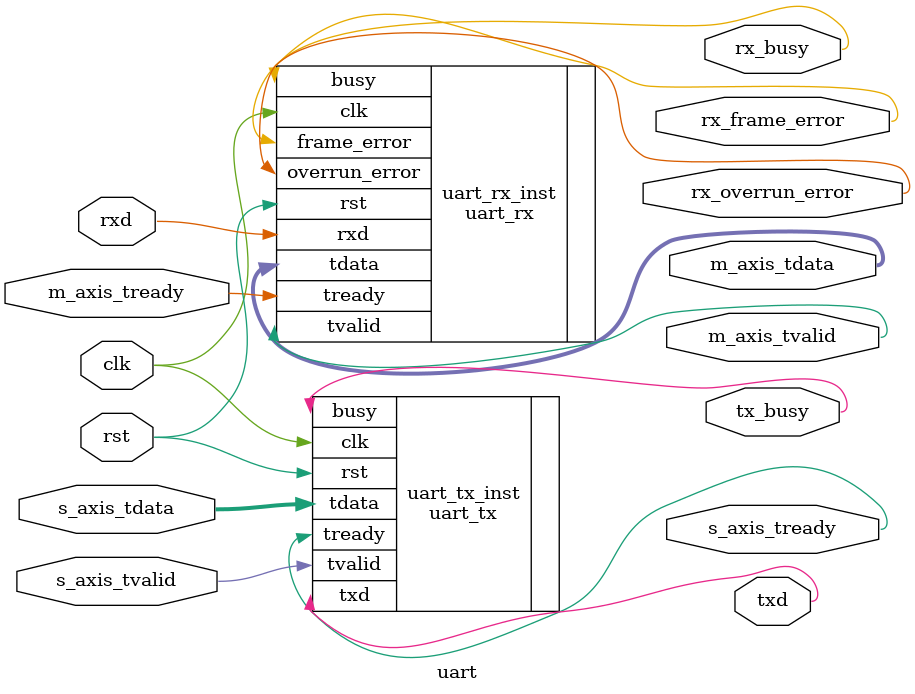
<source format=sv>
/*
Copyright (c) 2014-2017 Alex Forencich
Permission is hereby granted, free of charge, to any person obtaining a copy
of this software and associated documentation files (the "Software"), to deal
in the Software without restriction, including without limitation the rights
to use, copy, modify, merge, publish, distribute, sublicense, and/or sell
copies of the Software, and to permit persons to whom the Software is
furnished to do so, subject to the following conditions:
The above copyright notice and this permission notice shall be included in
all copies or substantial portions of the Software.
THE SOFTWARE IS PROVIDED "AS IS", WITHOUT WARRANTY OF ANY KIND, EXPRESS OR
IMPLIED, INCLUDING BUT NOT LIMITED TO THE WARRANTIES OF MERCHANTABILITY
FITNESS FOR A PARTICULAR PURPOSE AND NONINFRINGEMENT. IN NO EVENT SHALL THE
AUTHORS OR COPYRIGHT HOLDERS BE LIABLE FOR ANY CLAIM, DAMAGES OR OTHER
LIABILITY, WHETHER IN AN ACTION OF CONTRACT, TORT OR OTHERWISE, ARISING FROM,
OUT OF OR IN CONNECTION WITH THE SOFTWARE OR THE USE OR OTHER DEALINGS IN
THE SOFTWARE.
*/

module uart #(
    parameter DATA_WIDTH = 8,
    parameter PRESCALE = 10
) (
    input  logic clk,
    input  logic rst,
    // AXI Input
    input  logic [DATA_WIDTH-1:0] s_axis_tdata,
    input  logic s_axis_tvalid,
    output logic s_axis_tready,
    // AXI Output
    output logic [DATA_WIDTH-1:0]  m_axis_tdata,
    output logic m_axis_tvalid,
    input  logic m_axis_tready,
    // UART
    input logic rxd,
    output logic txd,
    // Status
    output logic tx_busy,
    output logic rx_busy,
    output logic rx_overrun_error,
    output logic rx_frame_error
);

uart_tx #(
    .DATA_WIDTH(DATA_WIDTH),
    .PRESCALE(PRESCALE)
) uart_tx_inst (
    .clk(clk),
    .rst(rst),
    // axi input
    .tdata(s_axis_tdata),
    .tvalid(s_axis_tvalid),
    .tready(s_axis_tready),
    // output
    .txd(txd),
    // status
    .busy(tx_busy)
);

uart_rx #(
    .DATA_WIDTH(DATA_WIDTH),
    .PRESCALE(PRESCALE)
) uart_rx_inst (
    .clk(clk),
    .rst(rst),
    // axi output
    .tdata(m_axis_tdata),
    .tvalid(m_axis_tvalid),
    .tready(m_axis_tready),
    // input
    .rxd(rxd),
    // status
    .busy(rx_busy),
    .overrun_error(rx_overrun_error),
    .frame_error(rx_frame_error)
);

endmodule

</source>
